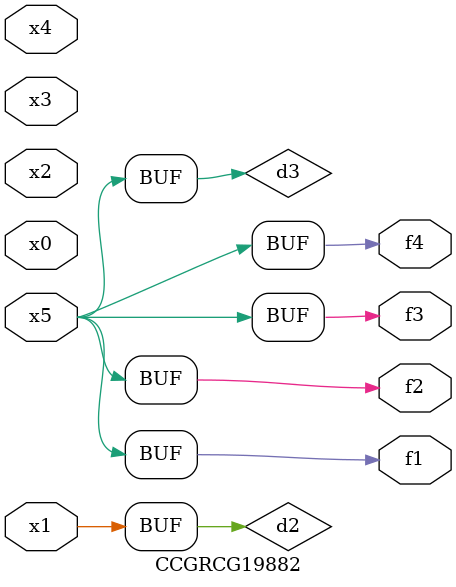
<source format=v>
module CCGRCG19882(
	input x0, x1, x2, x3, x4, x5,
	output f1, f2, f3, f4
);

	wire d1, d2, d3;

	not (d1, x5);
	or (d2, x1);
	xnor (d3, d1);
	assign f1 = d3;
	assign f2 = d3;
	assign f3 = d3;
	assign f4 = d3;
endmodule

</source>
